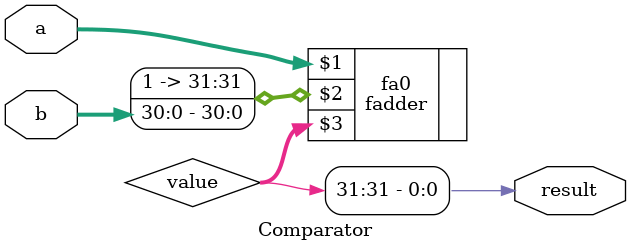
<source format=v>
module Comparator(
	input [31:0] a,
	input [31:0] b,
	output result
);
	wire [31:0] value;
	fadder fa0(a, {1'b1, b[30:0]}, value);
	assign result = value[31];
endmodule
</source>
